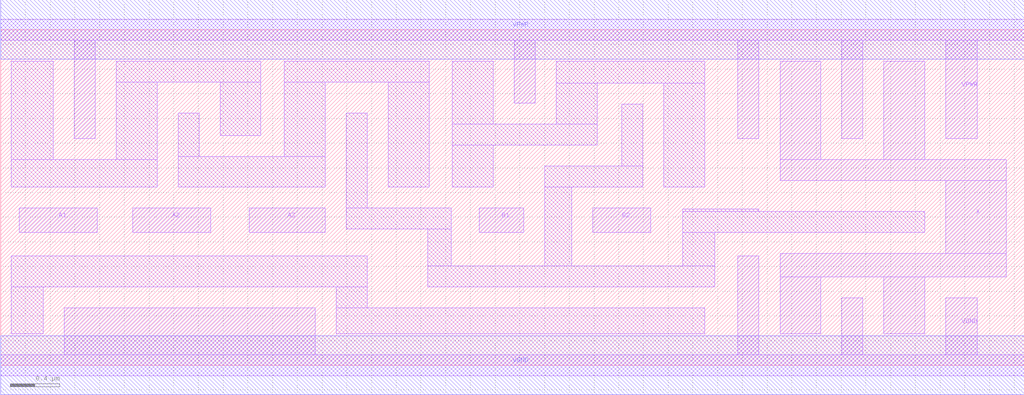
<source format=lef>
# Copyright 2020 The SkyWater PDK Authors
#
# Licensed under the Apache License, Version 2.0 (the "License");
# you may not use this file except in compliance with the License.
# You may obtain a copy of the License at
#
#     https://www.apache.org/licenses/LICENSE-2.0
#
# Unless required by applicable law or agreed to in writing, software
# distributed under the License is distributed on an "AS IS" BASIS,
# WITHOUT WARRANTIES OR CONDITIONS OF ANY KIND, either express or implied.
# See the License for the specific language governing permissions and
# limitations under the License.
#
# SPDX-License-Identifier: Apache-2.0

VERSION 5.5 ;
NAMESCASESENSITIVE ON ;
BUSBITCHARS "[]" ;
DIVIDERCHAR "/" ;
MACRO sky130_fd_sc_hd__o32a_4
  CLASS CORE ;
  SOURCE USER ;
  ORIGIN  0.000000  0.000000 ;
  SIZE  8.280000 BY  2.720000 ;
  SYMMETRY X Y R90 ;
  SITE unithd ;
  PIN A1
    ANTENNAGATEAREA  0.495000 ;
    DIRECTION INPUT ;
    USE SIGNAL ;
    PORT
      LAYER li1 ;
        RECT 0.150000 1.075000 0.780000 1.275000 ;
    END
  END A1
  PIN A2
    ANTENNAGATEAREA  0.495000 ;
    DIRECTION INPUT ;
    USE SIGNAL ;
    PORT
      LAYER li1 ;
        RECT 1.070000 1.075000 1.700000 1.275000 ;
    END
  END A2
  PIN A3
    ANTENNAGATEAREA  0.495000 ;
    DIRECTION INPUT ;
    USE SIGNAL ;
    PORT
      LAYER li1 ;
        RECT 2.010000 1.075000 2.625000 1.275000 ;
    END
  END A3
  PIN B1
    ANTENNAGATEAREA  0.495000 ;
    DIRECTION INPUT ;
    USE SIGNAL ;
    PORT
      LAYER li1 ;
        RECT 3.870000 1.075000 4.230000 1.275000 ;
    END
  END B1
  PIN B2
    ANTENNAGATEAREA  0.495000 ;
    DIRECTION INPUT ;
    USE SIGNAL ;
    PORT
      LAYER li1 ;
        RECT 4.790000 1.075000 5.260000 1.275000 ;
    END
  END B2
  PIN X
    ANTENNADIFFAREA  0.891000 ;
    DIRECTION OUTPUT ;
    USE SIGNAL ;
    PORT
      LAYER li1 ;
        RECT 6.305000 0.255000 6.635000 0.715000 ;
        RECT 6.305000 0.715000 8.135000 0.905000 ;
        RECT 6.305000 1.495000 8.135000 1.665000 ;
        RECT 6.305000 1.665000 6.635000 2.465000 ;
        RECT 7.145000 0.255000 7.475000 0.715000 ;
        RECT 7.145000 1.665000 7.475000 2.465000 ;
        RECT 7.645000 0.905000 8.135000 1.495000 ;
    END
  END X
  PIN VGND
    DIRECTION INOUT ;
    SHAPE ABUTMENT ;
    USE GROUND ;
    PORT
      LAYER li1 ;
        RECT 0.000000 -0.085000 8.280000 0.085000 ;
        RECT 0.515000  0.085000 2.545000 0.465000 ;
        RECT 5.965000  0.085000 6.135000 0.885000 ;
        RECT 6.805000  0.085000 6.975000 0.545000 ;
        RECT 7.645000  0.085000 7.900000 0.545000 ;
    END
    PORT
      LAYER met1 ;
        RECT 0.000000 -0.240000 8.280000 0.240000 ;
    END
  END VGND
  PIN VPWR
    DIRECTION INOUT ;
    SHAPE ABUTMENT ;
    USE POWER ;
    PORT
      LAYER li1 ;
        RECT 0.000000 2.635000 8.280000 2.805000 ;
        RECT 0.595000 1.835000 0.765000 2.635000 ;
        RECT 4.155000 2.125000 4.325000 2.635000 ;
        RECT 5.965000 1.835000 6.135000 2.635000 ;
        RECT 6.805000 1.835000 6.975000 2.635000 ;
        RECT 7.645000 1.835000 7.900000 2.635000 ;
    END
    PORT
      LAYER met1 ;
        RECT 0.000000 2.480000 8.280000 2.960000 ;
    END
  END VPWR
  OBS
    LAYER li1 ;
      RECT 0.085000 0.255000 0.345000 0.635000 ;
      RECT 0.085000 0.635000 2.965000 0.885000 ;
      RECT 0.085000 1.445000 1.265000 1.665000 ;
      RECT 0.085000 1.665000 0.425000 2.465000 ;
      RECT 0.935000 1.665000 1.265000 2.295000 ;
      RECT 0.935000 2.295000 2.105000 2.465000 ;
      RECT 1.435000 1.445000 2.625000 1.690000 ;
      RECT 1.435000 1.690000 1.605000 2.045000 ;
      RECT 1.775000 1.860000 2.105000 2.295000 ;
      RECT 2.295000 1.690000 2.625000 2.295000 ;
      RECT 2.295000 2.295000 3.465000 2.465000 ;
      RECT 2.715000 0.255000 5.695000 0.465000 ;
      RECT 2.715000 0.465000 2.965000 0.635000 ;
      RECT 2.795000 1.105000 3.645000 1.275000 ;
      RECT 2.795000 1.275000 2.965000 2.045000 ;
      RECT 3.135000 1.445000 3.465000 2.295000 ;
      RECT 3.455000 0.635000 5.775000 0.805000 ;
      RECT 3.455000 0.805000 3.645000 1.105000 ;
      RECT 3.655000 1.445000 3.985000 1.785000 ;
      RECT 3.655000 1.785000 4.825000 1.955000 ;
      RECT 3.655000 1.955000 3.985000 2.465000 ;
      RECT 4.400000 0.805000 4.620000 1.445000 ;
      RECT 4.400000 1.445000 5.195000 1.615000 ;
      RECT 4.495000 1.955000 4.825000 2.285000 ;
      RECT 4.495000 2.285000 5.695000 2.465000 ;
      RECT 5.025000 1.615000 5.195000 2.115000 ;
      RECT 5.365000 1.445000 5.695000 2.285000 ;
      RECT 5.520000 0.805000 5.775000 1.075000 ;
      RECT 5.520000 1.075000 7.475000 1.245000 ;
      RECT 5.520000 1.245000 6.135000 1.265000 ;
  END
END sky130_fd_sc_hd__o32a_4

</source>
